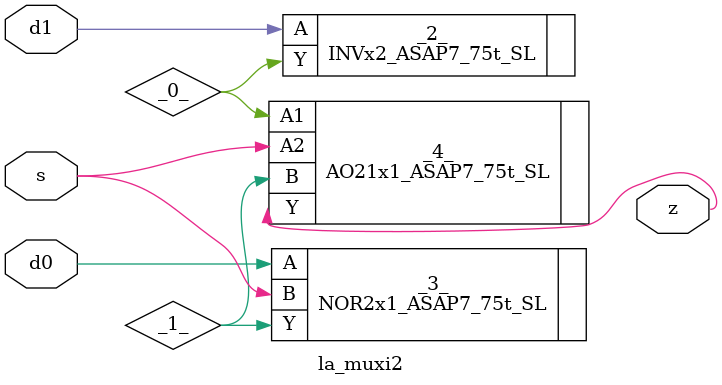
<source format=v>
/* Generated by Yosys 0.37 (git sha1 a5c7f69ed, clang 14.0.0-1ubuntu1.1 -fPIC -Os) */

module la_muxi2(d0, d1, s, z);
  wire _0_;
  wire _1_;
  input d0;
  wire d0;
  input d1;
  wire d1;
  input s;
  wire s;
  output z;
  wire z;
  INVx2_ASAP7_75t_SL _2_ (
    .A(d1),
    .Y(_0_)
  );
  NOR2x1_ASAP7_75t_SL _3_ (
    .A(d0),
    .B(s),
    .Y(_1_)
  );
  AO21x1_ASAP7_75t_SL _4_ (
    .A1(_0_),
    .A2(s),
    .B(_1_),
    .Y(z)
  );
endmodule

</source>
